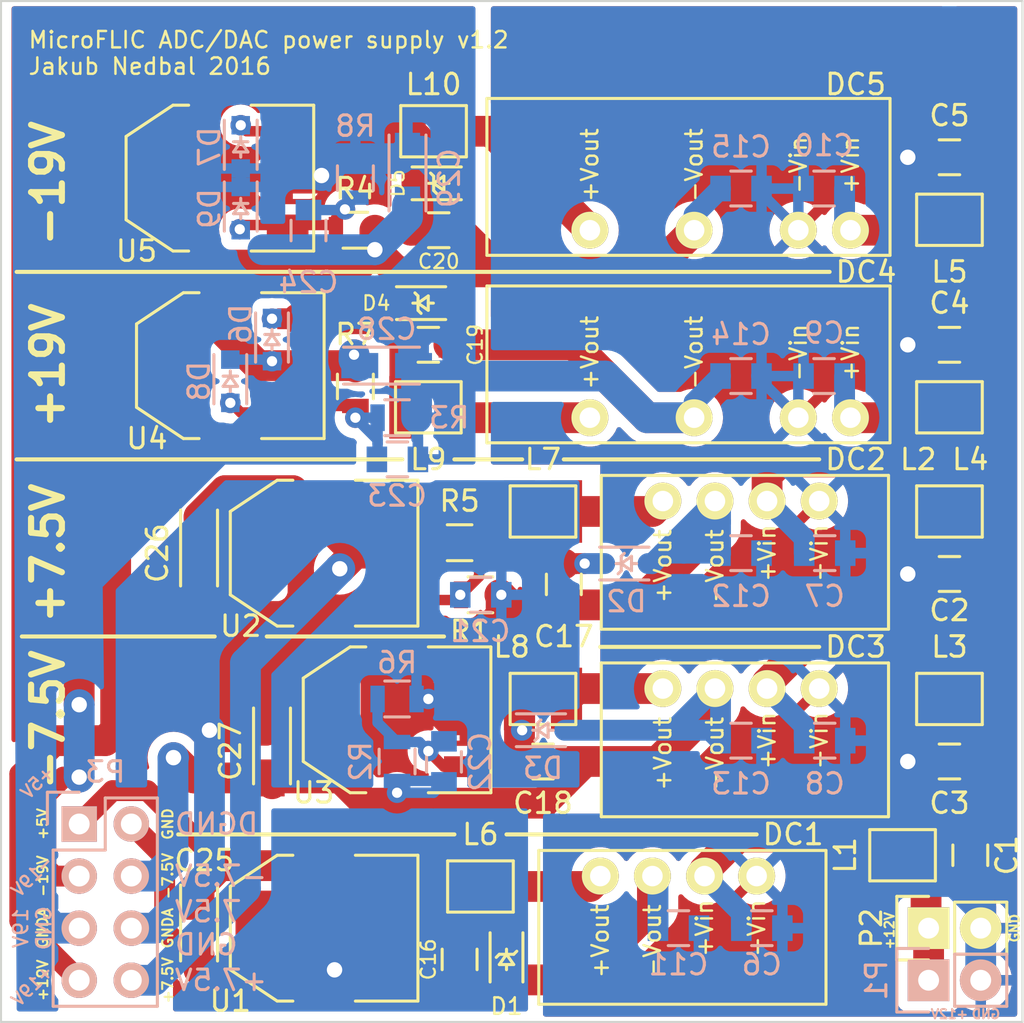
<source format=kicad_pcb>
(kicad_pcb (version 20221018) (generator pcbnew)
  (layers (0 "F.Cu" signal) (31 "B.Cu" signal) (34 "B.Paste" user) (35 "F.Paste" user) (36 "B.SilkS" user "B.Silkscreen") (37 "F.SilkS" user "F.Silkscreen") (38 "B.Mask" user) (39 "F.Mask" user) (44 "Edge.Cuts" user))
  (net 0 "")
  (net 1 "+12V")
  (net 2 "GND")
  (net 3 "/5V_GND")
  (net 4 "/+9_IA")
  (net 5 "/+9_IB")
  (net 6 "/+24_ID")
  (net 7 "/-7.5V")
  (net 8 "/+5V")
  (net 9 "/+7.5V")
  (net 10 "/+9_A")
  (net 11 "/+12V_A")
  (net 12 "/+9_B")
  (net 13 "/+12V_B")
  (net 14 "/+12V_C")
  (net 15 "/+12V_D")
  (net 16 "/+24_D")
  (net 17 "/+12V_E")
  (net 18 "/FB_B")
  (net 19 "/FB_D")
  (net 20 "/FB_E")
  (net 21 "/7.5V_GND")
  (net 22 "/+9_IC")
  (net 23 "/+24_IE")
  (net 24 "/+9_C")
  (net 25 "/+24_E")
  (net 26 "/19V_GND")
  (net 27 "/-19V")
  (net 28 "/+19V")
  (net 29 "/FB_C")
  (footprint "Capacitors_SMD:C_0805" (layer "F.Cu") (at 147.32 141.732 -90)
    (fp_text reference "C1")
    (fp_text value "4u7/25V" hide)
  )
  (footprint "Capacitors_SMD:C_0805" (layer "F.Cu") (at 146.304 128.016 180)
    (fp_text reference "C2")
    (fp_text value "4u7/25V" hide)
  )
  (footprint "Capacitors_SMD:C_0805" (layer "F.Cu") (at 146.304 137.16 180)
    (fp_text reference "C3")
    (fp_text value "4u7/25V" hide)
  )
  (footprint "Capacitors_SMD:C_0805" (layer "F.Cu") (at 146.304 116.84 180)
    (fp_text reference "C4")
    (fp_text value "4u7/25V" hide)
  )
  (footprint "Capacitors_SMD:C_0805" (layer "F.Cu") (at 146.304 107.696 180)
    (fp_text reference "C5")
    (fp_text value "4u7/25V" hide)
  )
  (footprint "Capacitors_SMD:C_0805" (layer "F.Cu") (at 122.428 146.812 -90)
    (fp_text reference "C16")
    (fp_text value "4u7/25V" hide)
  )
  (footprint "Capacitors_SMD:C_0805" (layer "F.Cu") (at 126.492 137.16)
    (fp_text reference "C18")
    (fp_text value "4u7/25V" hide)
  )
  (footprint "Capacitors_SMD:C_0805" (layer "F.Cu") (at 120.904 116.84)
    (fp_text reference "C19")
    (fp_text value "1u/50V" hide)
  )
  (footprint "Capacitors_SMD:C_0805" (layer "F.Cu") (at 121.412 111.252)
    (fp_text reference "C20")
    (fp_text value "1u/50V" hide)
  )
  (footprint "Capacitors_Tantalum_SMD:TantalC_SizeA_EIA-3216_Reflow" (layer "F.Cu") (at 109.728 145.288 -90)
    (fp_text reference "C25")
    (fp_text value "10u/10V" hide)
  )
  (footprint "Capacitors_Tantalum_SMD:TantalC_SizeA_EIA-3216_Reflow" (layer "F.Cu") (at 113.284 136.652 -90)
    (fp_text reference "C27")
    (fp_text value "10u/10V" hide)
  )
  (footprint "jakub:MurataNML" (layer "F.Cu") (at 133.096 142.748 180)
    (fp_text reference "DC1")
    (fp_text value "NML1209SC" hide)
  )
  (footprint "jakub:MurataNML" (layer "F.Cu") (at 136.144 124.46 180)
    (fp_text reference "DC2")
    (fp_text value "NML1209SC" hide)
  )
  (footprint "jakub:MurataNML" (layer "F.Cu") (at 136.144 133.604 180)
    (fp_text reference "DC3")
    (fp_text value "NML1209SC" hide)
  )
  (footprint "jakub:MurataNMG" (layer "F.Cu") (at 135.128 120.396 180)
    (fp_text reference "DC4")
    (fp_text value "NMG1224SC" hide)
  )
  (footprint "jakub:MurataNMG" (layer "F.Cu") (at 135.128 111.252 180)
    (fp_text reference "DC5")
    (fp_text value "NMG1224SC" hide)
  )
  (footprint "jakub:murata8200coil" (layer "F.Cu") (at 144.018 141.732)
    (fp_text reference "L1")
    (fp_text value "10uH" hide)
  )
  (footprint "jakub:murata8200coil" (layer "F.Cu") (at 146.304 124.968)
    (fp_text reference "L2")
    (fp_text value "10uH" hide)
  )
  (footprint "jakub:murata8200coil" (layer "F.Cu") (at 146.304 134.112)
    (fp_text reference "L3")
    (fp_text value "10uH" hide)
  )
  (footprint "jakub:murata8200coil" (layer "F.Cu") (at 146.304 119.888)
    (fp_text reference "L4")
    (fp_text value "10uH" hide)
  )
  (footprint "jakub:murata8200coil" (layer "F.Cu") (at 146.304 110.744)
    (fp_text reference "L5")
    (fp_text value "10uH" hide)
  )
  (footprint "jakub:murata8200coil" (layer "F.Cu") (at 123.444 143.256)
    (fp_text reference "L6")
    (fp_text value "47uH" hide)
  )
  (footprint "jakub:murata8200coil" (layer "F.Cu") (at 126.492 124.968)
    (fp_text reference "L7")
    (fp_text value "47uH" hide)
  )
  (footprint "jakub:murata8200coil" (layer "F.Cu") (at 126.492 134.112)
    (fp_text reference "L8")
    (fp_text value "47uH" hide)
  )
  (footprint "jakub:murata8200coil" (layer "F.Cu") (at 120.904 119.888)
    (fp_text reference "L9")
    (fp_text value "47uH" hide)
  )
  (footprint "jakub:murata8200coil" (layer "F.Cu") (at 121.158 106.426)
    (fp_text reference "L10")
    (fp_text value "47uH" hide)
  )
  (footprint "Pin_Headers:Pin_Header_Straight_1x02" (layer "F.Cu") (at 145.288 145.288 90)
    (fp_text reference "P2")
    (fp_text value "1x2 header strip" hide)
  )
  (footprint "Resistors_SMD:R_0805" (layer "F.Cu") (at 123.444 129.032)
    (fp_text reference "R1")
    (fp_text value "750" hide)
  )
  (footprint "Resistors_SMD:R_0805" (layer "F.Cu") (at 117.348 111.252)
    (fp_text reference "R4")
    (fp_text value "2k1" hide)
  )
  (footprint "Resistors_SMD:R_0805" (layer "F.Cu") (at 122.428 126.492)
    (fp_text reference "R5")
    (fp_text value "150" hide)
  )
  (footprint "Resistors_SMD:R_0805" (layer "F.Cu") (at 117.348 118.872 -90)
    (fp_text reference "R7")
    (fp_text value "150" hide)
  )
  (footprint "SMD_Packages:SOT-223" (layer "F.Cu") (at 111.252 117.856 90)
    (fp_text reference "U4")
    (fp_text value "LM317" hide)
  )
  (footprint "SMD_Packages:SOT-223" (layer "F.Cu") (at 115.824 145.288 90)
    (fp_text reference "U1")
    (fp_text value "AP1117E50" hide)
  )
  (footprint "SMD_Packages:SOT-223" (layer "F.Cu") (at 115.824 127 90)
    (fp_text reference "U2")
    (fp_text value "AP1117" hide)
  )
  (footprint "Capacitors_SMD:C_0805" (layer "F.Cu") (at 127.508 128.524 -90)
    (fp_text reference "C17")
    (fp_text value "4u7/25V" hide)
  )
  (footprint "SMD_Packages:SOT-223" (layer "F.Cu") (at 110.744 108.712 90)
    (fp_text reference "U5")
    (fp_text value "LM317" hide)
  )
  (footprint "SMD_Packages:SOT-223" (layer "F.Cu") (at 119.38 135.128 90)
    (fp_text reference "U3")
    (fp_text value "AP1117" hide)
  )
  (footprint "Capacitors_Tantalum_SMD:TantalC_SizeA_EIA-3216_Reflow" (layer "F.Cu") (at 109.728 127 -90)
    (fp_text reference "C26")
    (fp_text value "10u/10V" hide)
  )
  (footprint "jakub:SOD-323_Zener" (layer "F.Cu") (at 120.65 114.808)
    (fp_text reference "D4")
    (fp_text value "TDZ27J" hide)
  )
  (footprint "jakub:SOD-323_Zener" (layer "F.Cu") (at 121.412 108.966)
    (fp_text reference "D5")
    (fp_text value "TDZ27J" hide)
  )
  (footprint "jakub:SOD-323_Zener" (layer "F.Cu") (at 124.714 146.812 -90)
    (fp_text reference "D1")
    (fp_text value "TDZ10J" hide)
  )
  (footprint "Capacitors_SMD:C_0805" (layer "B.Cu") (at 133.096 145.288)
    (fp_text reference "C11")
    (fp_text value "10n" hide)
  )
  (footprint "Capacitors_SMD:C_0805" (layer "B.Cu") (at 136.144 127)
    (fp_text reference "C12")
    (fp_text value "10n" hide)
  )
  (footprint "Capacitors_SMD:C_0805" (layer "B.Cu") (at 136.144 136.144)
    (fp_text reference "C13")
    (fp_text value "10n" hide)
  )
  (footprint "Capacitors_SMD:C_0805" (layer "B.Cu") (at 136.144 118.364)
    (fp_text reference "C14")
    (fp_text value "10n" hide)
  )
  (footprint "Capacitors_SMD:C_0805" (layer "B.Cu") (at 136.144 109.22)
    (fp_text reference "C15")
    (fp_text value "10n" hide)
  )
  (footprint "Capacitors_Tantalum_SMD:TantalC_SizeA_EIA-3216_Reflow" (layer "B.Cu") (at 118.872 117.856)
    (fp_text reference "C28")
    (fp_text value "1u/25V" hide)
  )
  (footprint "Capacitors_Tantalum_SMD:TantalC_SizeA_EIA-3216_Reflow" (layer "B.Cu") (at 119.888 108.712 -90)
    (fp_text reference "C29")
    (fp_text value "1u/25V" hide)
  )
  (footprint "Resistors_SMD:R_0805" (layer "B.Cu") (at 119.38 120.396)
    (fp_text reference "R3")
    (fp_text value "2k1" hide)
  )
  (footprint "Resistors_SMD:R_0805" (layer "B.Cu") (at 117.348 108.712 -90)
    (fp_text reference "R8")
    (fp_text value "150" hide)
  )
  (footprint "Resistors_SMD:R_0805" (layer "B.Cu") (at 119.38 137.16 -90)
    (fp_text reference "R2")
    (fp_text value "750" hide)
  )
  (footprint "Resistors_SMD:R_0805" (layer "B.Cu") (at 119.38 134.112 180)
    (fp_text reference "R6")
    (fp_text value "150" hide)
  )
  (footprint "jakub:SOD-323_Zener" (layer "B.Cu") (at 130.556 127.508)
    (fp_text reference "D2")
    (fp_text value "TDZ10J" hide)
  )
  (footprint "jakub:SOD-323_Zener" (layer "B.Cu") (at 126.492 135.636)
    (fp_text reference "D3")
    (fp_text value "TDZ10J" hide)
  )
  (footprint "jakub:ESQ-102-33-G-S" (layer "B.Cu") (at 145.288 147.828)
    (fp_text reference "P1")
    (fp_text value "1x2 socket strip" hide)
  )
  (footprint "jakub:ESQ-104-33-G-D" (layer "B.Cu") (at 103.886 140.208 -90)
    (fp_text reference "P3")
    (fp_text value "2x4 socket strip" hide)
  )
  (footprint "Capacitors_SMD:C_0805" (layer "B.Cu") (at 137.16 145.288)
    (fp_text reference "C6")
    (fp_text value "4u7/25V" hide)
  )
  (footprint "Capacitors_SMD:C_0805" (layer "B.Cu") (at 140.224 127)
    (fp_text reference "C7")
    (fp_text value "4u7/25V" hide)
  )
  (footprint "Capacitors_SMD:C_0805" (layer "B.Cu") (at 140.224 136.144)
    (fp_text reference "C8")
    (fp_text value "4u7/25V" hide)
  )
  (footprint "Capacitors_SMD:C_0805" (layer "B.Cu") (at 140.192 118.364 180)
    (fp_text reference "C9")
    (fp_text value "4u7/25V" hide)
  )
  (footprint "Capacitors_SMD:C_0805" (layer "B.Cu") (at 140.192 109.22 180)
    (fp_text reference "C10")
    (fp_text value "4u7/25V" hide)
  )
  (footprint "Capacitors_SMD:C_0805" (layer "B.Cu") (at 123.46 129.032)
    (fp_text reference "C21")
    (fp_text value "4u7/25V" hide)
  )
  (footprint "Capacitors_SMD:C_0805" (layer "B.Cu") (at 121.666 137.176 -90)
    (fp_text reference "C22")
    (fp_text value "4u7/25V" hide)
  )
  (footprint "Capacitors_SMD:C_0805" (layer "B.Cu") (at 119.396 122.428)
    (fp_text reference "C23")
    (fp_text value "1u/50V" hide)
  )
  (footprint "Capacitors_SMD:C_0805" (layer "B.Cu") (at 115.062 111.268 -90)
    (fp_text reference "C24")
    (fp_text value "1u/50V" hide)
  )
  (footprint "jakub:SOD-323" (layer "B.Cu") (at 113.284 116.586 -90)
    (fp_text reference "D6")
    (fp_text value "1N4148")
  )
  (footprint "jakub:SOD-323" (layer "B.Cu") (at 111.76 107.188 -90)
    (fp_text reference "D7")
    (fp_text value "1N4148")
  )
  (footprint "jakub:SOD-323" (layer "B.Cu") (at 111.252 118.618 -90)
    (fp_text reference "D8")
    (fp_text value "1N4148")
  )
  (footprint "jakub:SOD-323" (layer "B.Cu") (at 111.76 110.197 -90)
    (fp_text reference "D9")
    (fp_text value "1N4148")
  )
  (gr_line (start 136.906 140.716) (end 124.714 140.716) (stroke (width 0.2)) (layer "F.SilkS"))
  (gr_line (start 110.49 131.064) (end 101.092 131.064) (stroke (width 0.2)) (layer "F.SilkS"))
  (gr_line (start 121.666 131.064) (end 113.03 131.064) (stroke (width 0.2)) (layer "F.SilkS"))
  (gr_line (start 139.954 122.428) (end 127.508 122.428) (stroke (width 0.2)) (layer "F.SilkS"))
  (gr_line (start 122.174 140.716) (end 108.712 140.716) (stroke (width 0.2)) (layer "F.SilkS"))
  (gr_line (start 139.954 131.572) (end 129.286 131.572) (stroke (width 0.2)) (layer "F.SilkS"))
  (gr_line (start 119.634 122.428) (end 100.838 122.428) (stroke (width 0.2)) (layer "F.SilkS"))
  (gr_line (start 140.462 113.284) (end 100.838 113.284) (stroke (width 0.2)) (layer "F.SilkS"))
  (gr_line (start 125.476 122.428) (end 122.174 122.428) (stroke (width 0.2)) (layer "F.SilkS"))
  (gr_line (start 149.86 149.86) (end 100.076 149.86) (stroke (width 0.1)) (layer "Edge.Cuts"))
  (gr_line (start 100.076 149.86) (end 100.076 100.076) (stroke (width 0.1)) (layer "Edge.Cuts"))
  (gr_line (start 149.86 100.076) (end 149.86 149.86) (stroke (width 0.1)) (layer "Edge.Cuts"))
  (gr_line (start 100.076 100.076) (end 149.86 100.076) (stroke (width 0.1)) (layer "Edge.Cuts"))
  (gr_text "GND" (at 148.082 149.479) (layer "B.SilkS") (effects (font (size 0.45 0.45) (thickness 0.1)) (justify mirror)))
  (gr_text "+5V" (at 101.854 138.176 45) (layer "B.SilkS") (effects (font (size 0.6 0.6) (thickness 0.11)) (justify mirror)))
  (gr_text "19V\nGND" (at 101.6 145.288 90) (layer "B.SilkS") (effects (font (size 0.7 0.7) (thickness 0.11)) (justify mirror)))
  (gr_text "+19V" (at 101.6 148.082 45) (layer "B.SilkS") (effects (font (size 0.6 0.6) (thickness 0.11)) (justify mirror)))
  (gr_text "DGND" (at 108.458 140.208) (layer "B.SilkS") (effects (font (size 1 1)) (justify right mirror)))
  (gr_text "+12V" (at 146.304 149.479) (layer "B.SilkS") (effects (font (size 0.45 0.45) (thickness 0.1)) (justify mirror)))
  (gr_text "-7.5V" (at 108.458 142.748) (layer "B.SilkS") (effects (font (size 1 1)) (justify right mirror)))
  (gr_text "7.5V\nGND" (at 108.458 145.288) (layer "B.SilkS") (effects (font (size 1 1)) (justify right mirror)))
  (gr_text "+7.5V" (at 108.458 147.828) (layer "B.SilkS") (effects (font (size 1 1)) (justify right mirror)))
  (gr_text "-19V" (at 101.6 142.748 45) (layer "B.SilkS") (effects (font (size 0.6 0.6) (thickness 0.11)) (justify mirror)))
  (gr_text "-7.5V" (at 108.204 142.748 90) (layer "F.SilkS") (effects (font (size 0.5 0.5) (thickness 0.1))))
  (gr_text "GNDA" (at 102.108 145.288 90) (layer "F.SilkS") (effects (font (size 0.5 0.5) (thickness 0.1))))
  (gr_text "+7.5V" (at 108.204 147.828 90) (layer "F.SilkS") (effects (font (size 0.5 0.5) (thickness 0.1))))
  (gr_text "+19V" (at 102.108 147.828 90) (layer "F.SilkS") (effects (font (size 0.5 0.5) (thickness 0.1))))
  (gr_text "GNDA" (at 108.204 145.288 90) (layer "F.SilkS") (effects (font (size 0.5 0.5) (thickness 0.1))))
  (gr_text "-19V" (at 102.108 142.748 90) (layer "F.SilkS") (effects (font (size 0.5 0.5) (thickness 0.1))))
  (gr_text "+5V" (at 102.108 140.208 90) (layer "F.SilkS") (effects (font (size 0.5 0.5) (thickness 0.1))))
  (gr_text "+12V" (at 143.383 145.415 90) (layer "F.SilkS") (effects (font (size 0.45 0.45) (thickness 0.1))))
  (gr_text "+7.5V" (at 102.362 127 90) (layer "F.SilkS") (effects (font (size 1.5 1.5) (thickness 0.3))))
  (gr_text "+19V" (at 102.362 117.856 90) (layer "F.SilkS") (effects (font (size 1.5 1.5) (thickness 0.3))))
  (gr_text "GND" (at 108.204 140.208 90) (layer "F.SilkS") (effects (font (size 0.5 0.5) (thickness 0.1))))
  (gr_text "-19V" (at 102.362 108.966 90) (layer "F.SilkS") (effects (font (size 1.5 1.5) (thickness 0.3))))
  (gr_text "GND" (at 149.479 145.288 90) (layer "F.SilkS") (effects (font (size 0.45 0.45) (thickness 0.1))))
  (gr_text "-7.5V" (at 102.362 135.128 90) (layer "F.SilkS") (effects (font (size 1.5 1.5) (thickness 0.3))))
  (gr_text "MicroFLIC ADC/DAC power supply v1.2\nJakub Nedbal 2016" (at 101.346 102.616) (layer "F.SilkS") (effects (font (size 0.8 0.8) (thickness 0.12)) (justify left)))
  (segment (start 147.449 116.695) (end 147.449 119.888) (width 1.5) (layer "F.Cu") (net 1))
  (segment (start 147.304 124.823) (end 147.304 128.016) (width 1.5) (layer "F.Cu") (net 1))
  (segment (start 147.449 134.112) (end 147.304 134.257) (width 1.5) (layer "F.Cu") (net 1))
  (segment (start 147.304 124.823) (end 147.449 124.968) (width 1.5) (layer "F.Cu") (net 1))
  (segment (start 145.288 145.288) (end 145.163 145.163) (width 1.5) (layer "F.Cu") (net 1))
  (segment (start 145.163 145.163) (end 145.163 141.732) (width 1.5) (layer "F.Cu") (net 1))
  (segment (start 146.163 140.732) (end 145.163 141.732) (width 1.5) (layer "F.Cu") (net 1))
  (segment (start 147.449 116.695) (end 147.449 107.841) (width 1.5) (layer "F.Cu") (net 1))
  (segment (start 147.449 107.841) (end 147.304 107.696) (width 1.5) (layer "F.Cu") (net 1))
  (segment (start 147.304 134.257) (end 147.449 134.112) (width 1.5) (layer "F.Cu") (net 1))
  (segment (start 147.304 133.967) (end 147.304 128.016) (width 1.5) (layer "F.Cu") (net 1))
  (segment (start 147.304 140.716) (end 147.304 137.16) (width 1.5) (layer "F.Cu") (net 1))
  (segment (start 147.449 137.015) (end 147.449 134.112) (width 1.5) (layer "F.Cu") (net 1))
  (segment (start 147.32 140.732) (end 146.163 140.732) (width 1.5) (layer "F.Cu") (net 1))
  (segment (start 147.449 124.968) (end 147.449 119.888) (width 1.5) (layer "F.Cu") (net 1))
  (segment (start 147.32 140.732) (end 147.304 140.716) (width 1.5) (layer "F.Cu") (net 1))
  (segment (start 145.288 147.828) (end 145.288 145.288) (width 1.5) (layer "F.Cu") (net 1))
  (segment (start 147.304 116.84) (end 147.449 116.695) (width 1.5) (layer "F.Cu") (net 1))
  (segment (start 147.449 134.112) (end 147.304 133.967) (width 1.5) (layer "F.Cu") (net 1))
  (segment (start 147.304 137.16) (end 147.449 137.015) (width 1.5) (layer "F.Cu") (net 1))
  (segment (start 147.828 142.986) (end 147.828 145.288) (width 1.5) (layer "F.Cu") (net 2))
  (segment (start 147.574 142.732) (end 147.828 142.986) (width 1.5) (layer "F.Cu") (net 2))
  (segment (start 147.828 142.986) (end 147.32 142.732) (width 1.5) (layer "F.Cu") (net 2))
  (segment (start 145.304 137.16) (end 144.272 137.16) (width 1.5) (layer "F.Cu") (net 2))
  (segment (start 147.32 142.732) (end 147.574 142.732) (width 1.5) (layer "F.Cu") (net 2))
  (segment (start 145.304 128.016) (end 144.272 128.016) (width 1.5) (layer "F.Cu") (net 2))
  (segment (start 145.304 116.84) (end 144.272 116.84) (width 1.5) (layer "F.Cu") (net 2))
  (segment (start 145.304 107.696) (end 144.272 107.696) (width 1.5) (layer "F.Cu") (net 2))
  (via (at 144.272 128.016) (size 1.5) (drill 0.75) (layers "F.Cu" "B.Cu") (net 2))
  (via (at 144.272 107.696) (size 1.5) (drill 0.75) (layers "F.Cu" "B.Cu") (net 2))
  (via (at 144.272 116.84) (size 1.5) (drill 0.75) (layers "F.Cu" "B.Cu") (net 2))
  (via (at 144.272 137.16) (size 1.5) (drill 0.75) (layers "F.Cu" "B.Cu") (net 2))
  (segment (start 138.938 120.142) (end 138.938 120.396) (width 0.508) (layer "B.Cu") (net 2))
  (segment (start 147.828 144.272) (end 146.304 142.748) (width 1.5) (layer "B.Cu") (net 2))
  (segment (start 146.304 142.748) (end 144.272 142.748) (width 1.5) (layer "B.Cu") (net 2))
  (segment (start 139.192 107.95) (end 139.192 109.22) (width 0.508) (layer "B.Cu") (net 2))
  (segment (start 138.16 145.288) (end 138.16 144.002) (width 0.508) (layer "B.Cu") (net 2))
  (segment (start 147.828 145.288) (end 147.828 144.272) (width 1.5) (layer "B.Cu") (net 2))
  (segment (start 137.922 146.812) (end 138.16 146.574) (width 0.508) (layer "B.Cu") (net 2))
  (segment (start 137.535 128.524) (end 140.97 128.524) (width 0.508) (layer "B.Cu") (net 2))
  (segment (start 134.096 146.421) (end 134.487 146.812) (width 0.508) (layer "B.Cu") (net 2))
  (segment (start 141.224 128.27) (end 141.224 127) (width 0.508) (layer "B.Cu") (net 2))
  (segment (start 134.487 146.812) (end 137.922 146.812) (width 0.508) (layer "B.Cu") (net 2))
  (segment (start 143.256 136.144) (end 144.272 137.16) (width 0.508) (layer "B.Cu") (net 2))
  (segment (start 140.97 128.524) (end 141.224 128.27) (width 0.508) (layer "B.Cu") (net 2))
  (segment (start 141.732 145.288) (end 144.272 142.748) (width 0.508) (layer "B.Cu") (net 2))
  (segment (start 137.144 118.364) (end 137.16 118.364) (width 1.016) (layer "B.Cu") (net 2))
  (segment (start 139.954 133.604) (end 141.224 134.874) (width 0.508) (layer "B.Cu") (net 2))
  (segment (start 141.224 127) (end 143.256 127) (width 0.508) (layer "B.Cu") (net 2))
  (segment (start 141.224 134.874) (end 141.224 136.144) (width 0.508) (layer "B.Cu") (net 2))
  (segment (start 139.192 117.094) (end 139.192 118.364) (width 0.508) (layer "B.Cu") (net 2))
  (segment (start 138.938 118.618) (end 139.192 118.364) (width 0.508) (layer "B.Cu") (net 2))
  (segment (start 137.144 118.364) (end 137.144 118.602) (width 0.508) (layer "B.Cu") (net 2))
  (segment (start 138.16 146.574) (end 138.16 145.288) (width 0.508) (layer "B.Cu") (net 2))
  (segment (start 137.535 137.668) (end 140.97 137.668) (width 0.508) (layer "B.Cu") (net 2))
  (segment (start 144.272 116.84) (end 139.446 116.84) (width 0.508) (layer "B.Cu") (net 2))
  (segment (start 138.938 111.252) (end 138.938 109.474) (width 0.508) (layer "B.Cu") (net 2))
  (segment (start 138.938 120.396) (end 138.938 118.618) (width 0.508) (layer "B.Cu") (net 2))
  (segment (start 137.144 128.133) (end 137.535 128.524) (width 0.508) (layer "B.Cu") (net 2))
  (segment (start 144.272 107.696) (end 139.446 107.696) (width 0.508) (layer "B.Cu") (net 2))
  (segment (start 138.16 144.002) (end 136.906 142.748) (width 0.508) (layer "B.Cu") (net 2))
  (segment (start 139.192 109.22) (end 137.144 109.22) (width 0.508) (layer "B.Cu") (net 2))
  (segment (start 141.224 136.144) (end 143.256 136.144) (width 0.508) (layer "B.Cu") (net 2))
  (segment (start 137.144 137.277) (end 137.535 137.668) (width 0.508) (layer "B.Cu") (net 2))
  (segment (start 134.096 145.288) (end 134.096 146.421) (width 0.508) (layer "B.Cu") (net 2))
  (segment (start 139.446 116.84) (end 139.192 117.094) (width 0.508) (layer "B.Cu") (net 2))
  (segment (start 137.144 136.144) (end 137.144 137.277) (width 0.508) (layer "B.Cu") (net 2))
  (segment (start 141.224 137.414) (end 141.224 136.144) (width 0.508) (layer "B.Cu") (net 2))
  (segment (start 144.272 107.696) (end 144.272 116.84) (width 1.5) (layer "B.Cu") (net 2))
  (segment (start 144.272 137.16) (end 144.272 142.748) (width 1.5) (layer "B.Cu") (net 2))
  (segment (start 138.938 109.474) (end 139.192 109.22) (width 0.508) (layer "B.Cu") (net 2))
  (segment (start 143.256 127) (end 144.272 128.016) (width 0.508) (layer "B.Cu") (net 2))
  (segment (start 137.144 127) (end 137.144 128.133) (width 0.508) (layer "B.Cu") (net 2))
  (segment (start 139.446 107.696) (end 139.192 107.95) (width 0.508) (layer "B.Cu") (net 2))
  (segment (start 139.954 124.46) (end 141.224 125.73) (width 0.508) (layer "B.Cu") (net 2))
  (segment (start 141.224 125.73) (end 141.224 127) (width 0.508) (layer "B.Cu") (net 2))
  (segment (start 147.828 147.828) (end 147.828 145.288) (width 1.5) (layer "B.Cu") (net 2))
  (segment (start 144.272 116.84) (end 144.272 128.016) (width 1.5) (layer "B.Cu") (net 2))
  (segment (start 140.97 137.668) (end 141.224 137.414) (width 0.508) (layer "B.Cu") (net 2))
  (segment (start 137.144 118.602) (end 138.938 120.396) (width 0.508) (layer "B.Cu") (net 2))
  (segment (start 137.144 109.458) (end 138.938 111.252) (width 0.508) (layer "B.Cu") (net 2))
  (segment (start 138.16 145.288) (end 141.732 145.288) (width 0.508) (layer "B.Cu") (net 2))
  (segment (start 137.144 109.22) (end 137.144 109.458) (width 0.508) (layer "B.Cu") (net 2))
  (segment (start 144.272 137.16) (end 144.272 128.016) (width 1.5) (layer "B.Cu") (net 2))
  (segment (start 110.744 148.336) (end 109.728 147.32) (width 1.5) (layer "F.Cu") (net 3))
  (segment (start 109.728 147.32) (end 109.728 146.598) (width 1.5) (layer "F.Cu") (net 3))
  (segment (start 119.364 147.812) (end 122.428 147.812) (width 1.5) (layer "F.Cu") (net 3))
  (segment (start 128.286 147.812) (end 122.428 147.812) (width 1.5) (layer "F.Cu") (net 3))
  (segment (start 119.142 147.812) (end 119.364 147.812) (width 1.5) (layer "F.Cu") (net 3))
  (segment (start 116.332 147.32) (end 117.348 148.336) (width 1.5) (layer "F.Cu") (net 3))
  (segment (start 117.348 148.336) (end 115.316 148.336) (width 1.5) (layer "F.Cu") (net 3))
  (segment (start 115.316 148.336) (end 110.744 148.336) (width 1.5) (layer "F.Cu") (net 3))
  (segment (start 131.826 142.748) (end 131.826 144.272) (width 1.5) (layer "F.Cu") (net 3))
  (segment (start 116.332 147.32) (end 115.316 148.336) (width 1.5) (layer "F.Cu") (net 3))
  (segment (start 118.618 148.336) (end 118.634 148.066) (width 1.5) (layer "F.Cu") (net 3))
  (segment (start 118.618 148.336) (end 119.142 147.812) (width 1.5) (layer "F.Cu") (net 3))
  (segment (start 118.618 148.336) (end 117.348 148.336) (width 1.5) (layer "F.Cu") (net 3))
  (segment (start 109.26 146.598) (end 108.051601 145.389601) (width 1.016) (layer "F.Cu") (net 3))
  (segment (start 131.826 144.272) (end 128.286 147.812) (width 1.5) (layer "F.Cu") (net 3))
  (segment (start 108.051601 145.389601) (end 108.051601 141.833601) (width 1.016) (layer "F.Cu") (net 3))
  (segment (start 109.728 146.598) (end 109.26 146.598) (width 1.016) (layer "F.Cu") (net 3))
  (segment (start 108.051601 141.833601) (end 106.426 140.208) (width 1.016) (layer "F.Cu") (net 3))
  (via (at 116.332 147.32) (size 1.5) (drill 0.75) (layers "F.Cu" "B.Cu") (net 3))
  (segment (start 132.096 143.018) (end 131.826 142.748) (width 1.016) (layer "B.Cu") (net 3))
  (segment (start 132.096 145.288) (end 132.096 143.018) (width 1.016) (layer "B.Cu") (net 3))
  (segment (start 122.045 143.002) (end 122.299 143.256) (width 1.5) (layer "F.Cu") (net 4))
  (segment (start 122.299 145.683) (end 122.299 143.256) (width 1.5) (layer "F.Cu") (net 4))
  (segment (start 124.659 145.812) (end 122.428 145.812) (width 0.508) (layer "F.Cu") (net 4))
  (segment (start 124.714 145.757) (end 124.659 145.812) (width 0.508) (layer "F.Cu") (net 4))
  (segment (start 119.126 143.002) (end 122.045 143.002) (width 1.5) (layer "F.Cu") (net 4))
  (segment (start 122.428 145.812) (end 122.299 145.683) (width 1.5) (layer "F.Cu") (net 4))
  (segment (start 125.347 126.871) (end 126 127.524) (width 1.5) (layer "F.Cu") (net 5))
  (segment (start 126 127.524) (end 127.508 127.524) (width 1.5) (layer "F.Cu") (net 5))
  (segment (start 125.347 126.109) (end 125.347 126.871) (width 1.5) (layer "F.Cu") (net 5))
  (segment (start 124.839 124.46) (end 119.38 124.46) (width 1.5) (layer "F.Cu") (net 5))
  (segment (start 119.38 124.46) (end 119.126 124.714) (width 1.5) (layer "F.Cu") (net 5))
  (segment (start 127.524 127.508) (end 128.524 127.508) (width 1.016) (layer "F.Cu") (net 5))
  (segment (start 125.347 124.968) (end 124.839 124.46) (width 1.5) (layer "F.Cu") (net 5))
  (segment (start 125.347 124.968) (end 125.347 126.871) (width 1.5) (layer "F.Cu") (net 5))
  (segment (start 127.508 127.524) (end 127.524 127.508) (width 1.016) (layer "F.Cu") (net 5))
  (via (at 128.524 127.508) (size 1) (drill 0.5) (layers "F.Cu" "B.Cu") (net 5))
  (segment (start 128.524 127.508) (end 129.501 127.508) (width 1.016) (layer "B.Cu") (net 5))
  (segment (start 119.759 116.985) (end 119.904 116.84) (width 1.5) (layer "F.Cu") (net 6))
  (segment (start 118.634 115.57) (end 114.554 115.57) (width 1.5) (layer "F.Cu") (net 6))
  (segment (start 118.833 115.57) (end 118.634 115.57) (width 1.016) (layer "F.Cu") (net 6))
  (segment (start 119.595 116.531) (end 119.595 115.863) (width 1.016) (layer "F.Cu") (net 6))
  (segment (start 119.595 115.863) (end 119.634 115.824) (width 1.016) (layer "F.Cu") (net 6))
  (segment (start 119.634 115.824) (end 119.634 116.57) (width 1.016) (layer "F.Cu") (net 6))
  (segment (start 119.634 116.57) (end 118.634 115.57) (width 1.5) (layer "F.Cu") (net 6))
  (segment (start 114.554 115.57) (end 113.284 115.57) (width 0.508) (layer "F.Cu") (net 6))
  (segment (start 119.595 114.808) (end 118.833 115.57) (width 1.016) (layer "F.Cu") (net 6))
  (segment (start 119.904 116.84) (end 119.634 116.57) (width 1.5) (layer "F.Cu") (net 6))
  (segment (start 119.759 119.888) (end 119.759 116.985) (width 1.5) (layer "F.Cu") (net 6))
  (segment (start 119.595 114.808) (end 119.595 116.531) (width 1.016) (layer "F.Cu") (net 6))
  (via (at 113.284 115.57) (size 1) (drill 0.5) (layers "F.Cu" "B.Cu") (net 6))
  (segment (start 132.08 137.16) (end 134.874 134.366) (width 1.5) (layer "F.Cu") (net 7))
  (segment (start 134.874 134.366) (end 134.874 133.604) (width 1.5) (layer "F.Cu") (net 7))
  (segment (start 127.492 138.192) (end 126.492 139.192) (width 1.5) (layer "F.Cu") (net 7))
  (segment (start 126.492 139.192) (end 119.38 139.192) (width 1.5) (layer "F.Cu") (net 7))
  (segment (start 117.856 139.192) (end 116.626 137.962) (width 1.5) (layer "F.Cu") (net 7))
  (segment (start 116.626 137.962) (end 113.284 137.962) (width 1.5) (layer "F.Cu") (net 7))
  (segment (start 128.524 137.16) (end 132.08 137.16) (width 1.5) (layer "F.Cu") (net 7))
  (segment (start 119.38 138.684) (end 119.38 139.192) (width 0.508) (layer "F.Cu") (net 7))
  (segment (start 119.38 139.192) (end 117.856 139.192) (width 1.5) (layer "F.Cu") (net 7))
  (segment (start 127.492 137.16) (end 127.492 138.192) (width 1.5) (layer "F.Cu") (net 7))
  (segment (start 108.48199 136.971817) (end 109.472173 137.962) (width 1.5) (layer "F.Cu") (net 7))
  (segment (start 128.524 137.16) (end 127.492 138.192) (width 1.5) (layer "F.Cu") (net 7))
  (segment (start 109.472173 137.962) (end 113.284 137.962) (width 1.5) (layer "F.Cu") (net 7))
  (segment (start 127.492 137.16) (end 128.524 137.16) (width 1.5) (layer "F.Cu") (net 7))
  (segment (start 113.284 137.962) (end 113.284 138.247) (width 1.5) (layer "F.Cu") (net 7))
  (via (at 119.38 138.684) (size 1) (drill 0.5) (layers "F.Cu" "B.Cu") (net 7))
  (via (at 108.48199 136.971817) (size 1.5) (drill 0.75) (layers "F.Cu" "B.Cu") (net 7))
  (segment (start 135.144 133.874) (end 134.874 133.604) (width 1.016) (layer "B.Cu") (net 7))
  (segment (start 132.842 135.636) (end 134.874 133.604) (width 1.016) (layer "B.Cu") (net 7))
  (segment (start 134.636 135.636) (end 132.842 135.636) (width 1.016) (layer "B.Cu") (net 7))
  (segment (start 108.458 136.995807) (end 108.48199 136.971817) (width 1.5) (layer "B.Cu") (net 7))
  (segment (start 119.38 138.684) (end 121.158 138.684) (width 0.508) (layer "B.Cu") (net 7))
  (segment (start 119.38 138.11) (end 121.6 138.11) (width 0.508) (layer "B.Cu") (net 7))
  (segment (start 135.144 136.144) (end 135.144 133.874) (width 1.016) (layer "B.Cu") (net 7))
  (segment (start 127.547 135.636) (end 132.842 135.636) (width 1.016) (layer "B.Cu") (net 7))
  (segment (start 108.458 141.937314) (end 108.458 136.995807) (width 1.5) (layer "B.Cu") (net 7))
  (segment (start 119.38 138.11) (end 119.38 138.684) (width 0.508) (layer "B.Cu") (net 7))
  (segment (start 121.158 138.684) (end 121.666 138.176) (width 0.508) (layer "B.Cu") (net 7))
  (segment (start 107.647314 142.748) (end 108.458 141.937314) (width 1.5) (layer "B.Cu") (net 7))
  (segment (start 121.6 138.11) (end 121.666 138.176) (width 0.508) (layer "B.Cu") (net 7))
  (segment (start 106.426 142.748) (end 107.647314 142.748) (width 1.5) (layer "B.Cu") (net 7))
  (segment (start 135.144 136.144) (end 134.636 135.636) (width 1.016) (layer "B.Cu") (net 7))
  (segment (start 114.3 142.24) (end 117.348 145.288) (width 1.5) (layer "F.Cu") (net 8))
  (segment (start 119.126 145.288) (end 117.348 145.288) (width 1.5) (layer "F.Cu") (net 8))
  (segment (start 110.744 142.24) (end 109.728 143.256) (width 1.5) (layer "F.Cu") (net 8))
  (segment (start 109.728 143.256) (end 109.728 143.978) (width 1.5) (layer "F.Cu") (net 8))
  (segment (start 105.511601 138.582399) (end 107.206289 138.582399) (width 1.016) (layer "F.Cu") (net 8))
  (segment (start 110.744 142.12011) (end 110.744 142.24) (width 1.016) (layer "F.Cu") (net 8))
  (segment (start 103.886 140.208) (end 105.511601 138.582399) (width 1.016) (layer "F.Cu") (net 8))
  (segment (start 107.206289 138.582399) (end 110.744 142.12011) (width 1.016) (layer "F.Cu") (net 8))
  (segment (start 114.3 142.24) (end 110.744 142.24) (width 1.5) (layer "F.Cu") (net 8))
  (segment (start 120.97 127) (end 121.478 126.492) (width 1.5) (layer "F.Cu") (net 9))
  (segment (start 109.728 125.222) (end 110.998 123.952) (width 1.5) (layer "F.Cu") (net 9))
  (segment (start 110.998 123.952) (end 114.3 123.952) (width 1.5) (layer "F.Cu") (net 9))
  (segment (start 114.3 123.952) (end 117.348 127) (width 1.5) (layer "F.Cu") (net 9))
  (segment (start 119.126 127) (end 117.348 127) (width 1.5) (layer "F.Cu") (net 9))
  (segment (start 109.728 125.69) (end 109.728 125.222) (width 1.5) (layer "F.Cu") (net 9))
  (segment (start 116.586 127.762) (end 117.348 127) (width 1.5) (layer "F.Cu") (net 9))
  (segment (start 119.126 127) (end 120.97 127) (width 1.5) (layer "F.Cu") (net 9))
  (via (at 116.586 127.762) (size 1.5) (drill 0.75) (layers "F.Cu" "B.Cu") (net 9))
  (segment (start 107.528402 147.828) (end 111.99001 143.366392) (width 1.5) (layer "B.Cu") (net 9))
  (segment (start 111.99001 132.35799) (end 116.586 127.762) (width 1.5) (layer "B.Cu") (net 9))
  (segment (start 111.99001 143.366392) (end 111.99001 132.35799) (width 1.5) (layer "B.Cu") (net 9))
  (segment (start 106.426 147.828) (end 107.528402 147.828) (width 1.5) (layer "B.Cu") (net 9))
  (segment (start 128.778 143.256) (end 124.589 143.256) (width 1.5) (layer "F.Cu") (net 10))
  (segment (start 129.286 142.748) (end 128.778 143.256) (width 1.5) (layer "F.Cu") (net 10))
  (segment (start 135.992079 140.843999) (end 139.724999 140.843999) (width 1.5) (layer "F.Cu") (net 11))
  (segment (start 134.366 142.748) (end 134.366 142.470078) (width 1.5) (layer "F.Cu") (net 11))
  (segment (start 134.366 142.470078) (end 135.992079 140.843999) (width 1.5) (layer "F.Cu") (net 11))
  (segment (start 140.613 141.732) (end 142.873 141.732) (width 1.5) (layer "F.Cu") (net 11))
  (segment (start 139.724999 140.843999) (end 140.613 141.732) (width 1.5) (layer "F.Cu") (net 11))
  (segment (start 134.366 142.748) (end 136.16 144.542) (width 1.016) (layer "B.Cu") (net 11))
  (segment (start 136.16 144.542) (end 136.16 145.288) (width 1.016) (layer "B.Cu") (net 11))
  (segment (start 131.826 124.968) (end 127.637 124.968) (width 1.5) (layer "F.Cu") (net 12))
  (segment (start 132.334 124.46) (end 131.826 124.968) (width 1.5) (layer "F.Cu") (net 12))
  (segment (start 137.414 124.46) (end 137.414 123.187208) (width 1.5) (layer "F.Cu") (net 13))
  (segment (start 142.746999 122.555999) (end 145.159 124.968) (width 1.5) (layer "F.Cu") (net 13))
  (segment (start 137.414 123.187208) (end 138.045209 122.555999) (width 1.5) (layer "F.Cu") (net 13))
  (segment (start 138.045209 122.555999) (end 142.746999 122.555999) (width 1.5) (layer "F.Cu") (net 13))
  (segment (start 137.414 124.46) (end 139.224 126.27) (width 1.016) (layer "B.Cu") (net 13))
  (segment (start 139.224 126.27) (end 139.224 127) (width 1.016) (layer "B.Cu") (net 13))
  (segment (start 137.414 133.326078) (end 139.653078 131.087) (width 1.5) (layer "F.Cu") (net 14))
  (segment (start 142.899 131.087) (end 145.159 133.347) (width 1.5) (layer "F.Cu") (net 14))
  (segment (start 137.414 133.604) (end 137.414 133.326078) (width 1.5) (layer "F.Cu") (net 14))
  (segment (start 145.159 133.347) (end 145.159 134.112) (width 1.5) (layer "F.Cu") (net 14))
  (segment (start 139.653078 131.087) (end 142.899 131.087) (width 1.5) (layer "F.Cu") (net 14))
  (segment (start 139.224 135.414) (end 139.224 136.144) (width 1.016) (layer "B.Cu") (net 14))
  (segment (start 137.414 133.604) (end 139.224 135.414) (width 1.016) (layer "B.Cu") (net 14))
  (segment (start 144.651 120.396) (end 141.478 120.396) (width 1.5) (layer "F.Cu") (net 15))
  (segment (start 145.159 119.888) (end 144.651 120.396) (width 1.5) (layer "F.Cu") (net 15))
  (segment (start 141.192 120.11) (end 141.478 120.396) (width 1.016) (layer "B.Cu") (net 15))
  (segment (start 141.192 118.364) (end 141.192 120.11) (width 1.016) (layer "B.Cu") (net 15))
  (segment (start 122.557 120.396) (end 122.049 119.888) (width 1.5) (layer "F.Cu") (net 16))
  (segment (start 128.778 120.396) (end 122.557 120.396) (width 1.5) (layer "F.Cu") (net 16))
  (segment (start 144.651 111.252) (end 141.478 111.252) (width 1.5) (layer "F.Cu") (net 17))
  (segment (start 145.159 110.744) (end 144.651 111.252) (width 1.5) (layer "F.Cu") (net 17))
  (segment (start 141.192 110.966) (end 141.478 111.252) (width 1.016) (layer "B.Cu") (net 17))
  (segment (start 141.192 109.22) (end 141.192 110.966) (width 1.016) (layer "B.Cu") (net 17))
  (segment (start 122.24 129.286) (end 123.378 128.148) (width 0.508) (layer "F.Cu") (net 18))
  (segment (start 123.378 128.148) (end 123.378 126.492) (width 0.508) (layer "F.Cu") (net 18))
  (segment (start 119.126 129.286) (end 122.24 129.286) (width 0.508) (layer "F.Cu") (net 18))
  (via (at 122.46 129.032) (size 1) (drill 0.5) (layers "F.Cu" "B.Cu") (net 18))
  (segment (start 114.874 119.822) (end 117.348 119.822) (width 0.508) (layer "F.Cu") (net 19))
  (segment (start 114.554 120.142) (end 111.76 120.142) (width 0.508) (layer "F.Cu") (net 19))
  (segment (start 111.76 120.142) (end 111.291 119.673) (width 0.508) (layer "F.Cu") (net 19))
  (segment (start 114.554 120.142) (end 114.874 119.822) (width 0.508) (layer "F.Cu") (net 19))
  (segment (start 111.291 119.673) (end 111.252 119.673) (width 0.508) (layer "F.Cu") (net 19))
  (segment (start 117.348 119.822) (end 117.348 120.396) (width 0.508) (layer "F.Cu") (net 19))
  (via (at 111.252 119.673) (size 1) (drill 0.5) (layers "F.Cu" "B.Cu") (net 19))
  (via (at 117.348 120.396) (size 1) (drill 0.5) (layers "F.Cu" "B.Cu") (net 19))
  (segment (start 117.348 120.396) (end 118.43 120.396) (width 0.508) (layer "B.Cu") (net 19))
  (segment (start 118.43 122.394) (end 118.396 122.428) (width 0.508) (layer "B.Cu") (net 19))
  (segment (start 118.43 121.478) (end 118.43 121.666) (width 0.508) (layer "B.Cu") (net 19))
  (segment (start 118.43 120.396) (end 118.43 121.666) (width 0.508) (layer "B.Cu") (net 19))
  (segment (start 118.43 121.666) (end 118.43 122.394) (width 0.508) (layer "B.Cu") (net 19))
  (segment (start 117.348 120.396) (end 118.43 121.478) (width 0.508) (layer "B.Cu") (net 19))
  (segment (start 116.144 110.998) (end 116.398 111.252) (width 0.508) (layer "F.Cu") (net 20))
  (segment (start 116.84 110.236) (end 116.398 110.678) (width 0.508) (layer "F.Cu") (net 20))
  (segment (start 116.398 110.678) (end 116.398 111.252) (width 0.508) (layer "F.Cu") (net 20))
  (segment (start 111.919008 110.998) (end 111.712504 111.204504) (width 0.508) (layer "F.Cu") (net 20))
  (segment (start 114.046 110.998) (end 116.144 110.998) (width 0.508) (layer "F.Cu") (net 20))
  (segment (start 114.046 110.998) (end 111.919008 110.998) (width 0.508) (layer "F.Cu") (net 20))
  (via (at 116.84 110.236) (size 1) (drill 0.5) (layers "F.Cu" "B.Cu") (net 20))
  (via (at 111.712504 111.204504) (size 1) (drill 0.5) (layers "F.Cu" "B.Cu") (net 20))
  (segment (start 116.84 110.17) (end 116.84 110.236) (width 0.508) (layer "B.Cu") (net 20))
  (segment (start 116.808 110.268) (end 116.84 110.236) (width 0.508) (layer "B.Cu") (net 20))
  (segment (start 117.348 109.662) (end 116.84 110.17) (width 0.508) (layer "B.Cu") (net 20))
  (segment (start 115.062 110.268) (end 116.808 110.268) (width 0.508) (layer "B.Cu") (net 20))
  (segment (start 131.08 129.524) (end 134.874 125.73) (width 1.5) (layer "F.Cu") (net 21))
  (segment (start 134.874 125.73) (end 134.874 124.46) (width 1.5) (layer "F.Cu") (net 21))
  (segment (start 113.284 133.604) (end 114.808 132.08) (width 1.5) (layer "F.Cu") (net 21))
  (segment (start 114.808 132.08) (end 118.872 132.08) (width 1.5) (layer "F.Cu") (net 21))
  (segment (start 118.872 132.08) (end 119.634 132.842) (width 1.5) (layer "F.Cu") (net 21))
  (segment (start 121.92 135.128) (end 122.682 135.128) (width 1.5) (layer "F.Cu") (net 21))
  (segment (start 120.904 134.112) (end 121.92 135.128) (width 1.5) (layer "F.Cu") (net 21))
  (segment (start 124.886 129.524) (end 124.394 129.032) (width 1.5) (layer "F.Cu") (net 21))
  (segment (start 124.968 129.524) (end 124.886 129.524) (width 1.5) (layer "F.Cu") (net 21))
  (segment (start 123.428 131.064) (end 121.412 131.064) (width 1.5) (layer "F.Cu") (net 21))
  (segment (start 121.412 131.064) (end 120.396 132.08) (width 1.5) (layer "F.Cu") (net 21))
  (segment (start 119.634 132.842) (end 120.904 134.112) (width 1.5) (layer "F.Cu") (net 21))
  (segment (start 120.396 132.08) (end 119.634 132.842) (width 1.5) (layer "F.Cu") (net 21))
  (segment (start 124.452 130.04) (end 123.428 131.064) (width 1.5) (layer "F.Cu") (net 21))
  (segment (start 124.452 129.09) (end 124.394 129.032) (width 1.5) (layer "F.Cu") (net 21))
  (segment (start 109.728 129.032) (end 112.776 132.08) (width 1.5) (layer "F.Cu") (net 21))
  (segment (start 112.776 132.08) (end 114.808 132.08) (width 1.5) (layer "F.Cu") (net 21))
  (segment (start 110.236 135.636) (end 112.99 135.636) (width 1.5) (layer "F.Cu") (net 21))
  (segment (start 124.452 130.04) (end 124.452 129.09) (width 1.5) (layer "F.Cu") (net 21))
  (segment (start 127.508 129.524) (end 124.968 129.524) (width 1.5) (layer "F.Cu") (net 21))
  (segment (start 113.284 135.342) (end 113.284 133.604) (width 1.5) (layer "F.Cu") (net 21))
  (segment (start 112.99 135.636) (end 113.284 135.342) (width 1.5) (layer "F.Cu") (net 21))
  (segment (start 113.284 135.342) (end 113.284 135.128) (width 1.5) (layer "F.Cu") (net 21))
  (segment (start 127.508 129.524) (end 131.08 129.524) (width 1.5) (layer "F.Cu") (net 21))
  (segment (start 109.728 128.31) (end 109.728 129.032) (width 1.5) (layer "F.Cu") (net 21))
  (segment (start 124.968 129.524) (end 124.452 130.04) (width 1.5) (layer "F.Cu") (net 21))
  (segment (start 118.872 132.08) (end 120.396 132.08) (width 1.5) (layer "F.Cu") (net 21))
  (via (at 120.904 134.112) (size 1) (drill 0.5) (layers "F.Cu" "B.Cu") (net 21))
  (via (at 124.46 129.032) (size 1) (drill 0.5) (layers "F.Cu" "B.Cu") (net 21))
  (via (at 110.236 135.636) (size 1.5) (drill 0.75) (layers "F.Cu" "B.Cu") (net 21))
  (segment (start 135.144 124.73) (end 134.874 124.46) (width 1.016) (layer "B.Cu") (net 21))
  (segment (start 131.826 127.508) (end 132.334 127) (width 1.016) (layer "B.Cu") (net 21))
  (segment (start 132.334 127) (end 134.874 124.46) (width 1.016) (layer "B.Cu") (net 21))
  (segment (start 135.144 125.476) (end 135.144 124.73) (width 1.016) (layer "B.Cu") (net 21))
  (segment (start 134.874 125.476) (end 134.112 126.238) (width 1.016) (layer "B.Cu") (net 21))
  (segment (start 133.35 127) (end 132.334 127) (width 1.016) (layer "B.Cu") (net 21))
  (segment (start 134.112 126.238) (end 133.35 127) (width 1.016) (layer "B.Cu") (net 21))
  (segment (start 134.382 126.238) (end 135.144 127) (width 1.016) (layer "B.Cu") (net 21))
  (segment (start 134.112 126.238) (end 134.382 126.238) (width 1.016) (layer "B.Cu") (net 21))
  (segment (start 131.611 127.508) (end 131.826 127.508) (width 1.016) (layer "B.Cu") (net 21))
  (segment (start 106.426 145.288) (end 107.587858 145.288) (width 1.5) (layer "B.Cu") (net 21))
  (segment (start 107.587858 145.288) (end 110.236 142.639858) (width 1.5) (layer "B.Cu") (net 21))
  (segment (start 120.33 134.112) (end 120.904 134.112) (width 0.508) (layer "B.Cu") (net 21))
  (segment (start 110.236 142.639858) (end 110.236 135.636) (width 1.5) (layer "B.Cu") (net 21))
  (segment (start 135.144 127) (end 133.35 127) (width 1.016) (layer "B.Cu") (net 21))
  (segment (start 135.144 125.476) (end 134.874 125.476) (width 1.016) (layer "B.Cu") (net 21))
  (segment (start 135.144 127) (end 135.144 125.476) (width 1.016) (layer "B.Cu") (net 21))
  (segment (start 125.347 137.015) (end 125.492 137.16) (width 1.5) (layer "F.Cu") (net 22))
  (segment (start 124.077 132.842) (end 125.347 134.112) (width 1.5) (layer "F.Cu") (net 22))
  (segment (start 125.347 135.507) (end 125.476 135.636) (width 1.016) (layer "F.Cu") (net 22))
  (segment (start 122.682 132.842) (end 124.077 132.842) (width 1.5) (layer "F.Cu") (net 22))
  (segment (start 125.347 134.112) (end 125.347 135.507) (width 1.016) (layer "F.Cu") (net 22))
  (segment (start 125.347 134.112) (end 125.347 137.015) (width 1.5) (layer "F.Cu") (net 22))
  (via (at 125.476 135.636) (size 1) (drill 0.5) (layers "F.Cu" "B.Cu") (net 22))
  (segment (start 125.476 135.636) (end 125.437 135.636) (width 1.016) (layer "B.Cu") (net 22))
  (segment (start 120.357 106.77) (end 120.013 106.426) (width 1.5) (layer "F.Cu") (net 23))
  (segment (start 120.412 109.021) (end 120.357 108.966) (width 1.5) (layer "F.Cu") (net 23))
  (segment (start 120.357 106.77) (end 120.013 106.426) (width 1.5) (layer "F.Cu") (net 23))
  (segment (start 120.357 110.947002) (end 120.052002 111.252) (width 1.5) (layer "F.Cu") (net 23))
  (segment (start 120.052002 111.252) (end 120.412 111.252) (width 1.5) (layer "F.Cu") (net 23))
  (segment (start 117.602 106.426) (end 114.046 106.426) (width 1.5) (layer "F.Cu") (net 23))
  (segment (start 120.357 108.966) (end 120.357 110.947002) (width 1.5) (layer "F.Cu") (net 23))
  (segment (start 114.046 106.426) (end 112.053 106.426) (width 0.508) (layer "F.Cu") (net 23))
  (segment (start 120.357 108.966) (end 120.357 106.77) (width 1.5) (layer "F.Cu") (net 23))
  (segment (start 120.013 106.426) (end 117.602 106.426) (width 1.5) (layer "F.Cu") (net 23))
  (segment (start 112.053 106.426) (end 111.76 106.133) (width 0.508) (layer "F.Cu") (net 23))
  (segment (start 120.412 111.252) (end 120.412 109.021) (width 1.5) (layer "F.Cu") (net 23))
  (segment (start 117.602 106.348) (end 117.602 106.426) (width 0.508) (layer "F.Cu") (net 23))
  (segment (start 120.412 111.252) (end 120.357 111.197) (width 1.5) (layer "F.Cu") (net 23))
  (segment (start 120.013 106.426) (end 120.158 106.571) (width 1.5) (layer "F.Cu") (net 23))
  (via (at 111.76 106.133) (size 1) (drill 0.5) (layers "F.Cu" "B.Cu") (net 23))
  (segment (start 128.145 133.604) (end 132.334 133.604) (width 1.5) (layer "F.Cu") (net 24))
  (segment (start 127.637 134.112) (end 128.145 133.604) (width 1.5) (layer "F.Cu") (net 24))
  (segment (start 123.952 106.426) (end 128.778 111.252) (width 1.5) (layer "F.Cu") (net 25))
  (segment (start 122.303 106.426) (end 123.952 106.426) (width 1.5) (layer "F.Cu") (net 25))
  (segment (start 128.016 116.84) (end 131.572 120.396) (width 1.5) (layer "F.Cu") (net 26))
  (segment (start 131.572 120.396) (end 133.858 120.396) (width 1.5) (layer "F.Cu") (net 26))
  (segment (start 115.57 108.712) (end 115.697 108.585) (width 1.5) (layer "F.Cu") (net 26))
  (segment (start 114.046 108.712) (end 115.57 108.712) (width 1.5) (layer "F.Cu") (net 26))
  (segment (start 121.904 115.007) (end 121.904 116.84) (width 1.016) (layer "F.Cu") (net 26))
  (segment (start 121.904 116.84) (end 128.016 116.84) (width 1.5) (layer "F.Cu") (net 26))
  (segment (start 121.705 114.808) (end 121.904 115.007) (width 1.016) (layer "F.Cu") (net 26))
  (via (at 115.697 108.585) (size 1.5) (drill 0.75) (layers "F.Cu" "B.Cu") (net 26))
  (segment (start 120.33 118.004) (end 120.33 120.396) (width 1.5) (layer "B.Cu") (net 26))
  (segment (start 131.572 120.396) (end 129.54 118.364) (width 1.5) (layer "B.Cu") (net 26))
  (segment (start 129.54 118.364) (end 120.69 118.364) (width 1.5) (layer "B.Cu") (net 26))
  (segment (start 120.69 118.364) (end 120.182 117.856) (width 1.5) (layer "B.Cu") (net 26))
  (segment (start 133.858 119.65) (end 135.144 118.364) (width 1.016) (layer "B.Cu") (net 26))
  (segment (start 120.182 116.626) (end 120.182 117.856) (width 1.5) (layer "B.Cu") (net 26))
  (segment (start 119.528 107.762) (end 119.888 107.402) (width 1.5) (layer "B.Cu") (net 26))
  (segment (start 119.126 115.57) (end 120.182 116.626) (width 1.5) (layer "B.Cu") (net 26))
  (segment (start 116.52 107.762) (end 117.348 107.762) (width 1.5) (layer "B.Cu") (net 26))
  (segment (start 119.528 107.762) (end 119.888 107.402) (width 1.5) (layer "B.Cu") (net 26))
  (segment (start 120.61 107.402) (end 121.92 108.712) (width 1.5) (layer "B.Cu") (net 26))
  (segment (start 121.92 108.712) (end 121.92 114.808) (width 1.5) (layer "B.Cu") (net 26))
  (segment (start 121.92 114.808) (end 121.412 115.316) (width 1.5) (layer "B.Cu") (net 26))
  (segment (start 120.142 116.586) (end 120.182 116.626) (width 1.5) (layer "B.Cu") (net 26))
  (segment (start 121.412 115.316) (end 120.396 116.332) (width 1.5) (layer "B.Cu") (net 26))
  (segment (start 120.396 116.332) (end 120.142 116.586) (width 1.5) (layer "B.Cu") (net 26))
  (segment (start 133.858 120.396) (end 133.858 119.65) (width 1.016) (layer "B.Cu") (net 26))
  (segment (start 119.126 115.57) (end 116.84 115.57) (width 0.508) (layer "B.Cu") (net 26))
  (segment (start 119.888 107.402) (end 120.61 107.402) (width 1.5) (layer "B.Cu") (net 26))
  (segment (start 133.858 120.396) (end 131.572 120.396) (width 1.5) (layer "B.Cu") (net 26))
  (segment (start 117.348 107.762) (end 119.528 107.762) (width 1.5) (layer "B.Cu") (net 26))
  (segment (start 103.886 145.288) (end 102.664686 145.288) (width 1.5) (layer "B.Cu") (net 26))
  (segment (start 115.355 108.243) (end 115.697 108.585) (width 0.254) (layer "B.Cu") (net 26))
  (segment (start 120.182 117.856) (end 120.33 118.004) (width 1.5) (layer "B.Cu") (net 26))
  (segment (start 102.018399 144.641713) (end 102.018399 130.137601) (width 1.5) (layer "B.Cu") (net 26))
  (segment (start 102.272399 130.137601) (end 110.998 121.412) (width 1.5) (layer "B.Cu") (net 26))
  (segment (start 114.427 108.585) (end 115.697 108.585) (width 0.254) (layer "B.Cu") (net 26))
  (segment (start 116.84 115.57) (end 110.998 121.412) (width 0.508) (layer "B.Cu") (net 26))
  (segment (start 113.87 109.142) (end 114.427 108.585) (width 0.254) (layer "B.Cu") (net 26))
  (segment (start 111.76 108.243) (end 111.799 108.243) (width 0.508) (layer "B.Cu") (net 26))
  (segment (start 111.76 109.142) (end 111.838 109.142) (width 0.508) (layer "B.Cu") (net 26))
  (segment (start 111.76 109.142) (end 113.87 109.142) (width 0.254) (layer "B.Cu") (net 26))
  (segment (start 111.76 108.243) (end 115.355 108.243) (width 0.254) (layer "B.Cu") (net 26))
  (segment (start 115.697 108.585) (end 116.52 107.762) (width 1.5) (layer "B.Cu") (net 26))
  (segment (start 120.396 122.428) (end 120.396 120.462) (width 0.508) (layer "B.Cu") (net 26))
  (segment (start 102.664686 145.288) (end 102.018399 144.641713) (width 1.5) (layer "B.Cu") (net 26))
  (segment (start 120.396 120.462) (end 120.33 120.396) (width 0.508) (layer "B.Cu") (net 26))
  (segment (start 102.018399 130.137601) (end 102.272399 130.137601) (width 1.5) (layer "B.Cu") (net 26))
  (segment (start 131.826 113.284) (end 124.444 113.284) (width 1.5) (layer "F.Cu") (net 27))
  (segment (start 124.444 113.284) (end 123.182 112.022) (width 1.5) (layer "F.Cu") (net 27))
  (segment (start 118.298 112.202) (end 119.38 113.284) (width 1.5) (layer "F.Cu") (net 27))
  (segment (start 119.38 113.284) (end 121.92 113.284) (width 1.5) (layer "F.Cu") (net 27))
  (segment (start 121.92 113.284) (end 122.428 112.776) (width 1.5) (layer "F.Cu") (net 27))
  (segment (start 123.182 112.022) (end 122.412 111.252) (width 1.5) (layer "F.Cu") (net 27))
  (segment (start 122.412 112.792) (end 122.428 112.776) (width 1.5) (layer "F.Cu") (net 27))
  (segment (start 122.428 112.776) (end 122.428 112.268) (width 1.5) (layer "F.Cu") (net 27))
  (segment (start 122.428 112.268) (end 122.428 112.776) (width 1.5) (layer "F.Cu") (net 27))
  (segment (start 122.428 112.776) (end 123.182 112.022) (width 1.5) (layer "F.Cu") (net 27))
  (segment (start 121.412 113.284) (end 121.92 113.284) (width 1.5) (layer "F.Cu") (net 27))
  (segment (start 122.412 112.284) (end 122.412 111.252) (width 1.5) (layer "F.Cu") (net 27))
  (segment (start 122.467 111.197) (end 122.412 111.252) (width 1.016) (layer "F.Cu") (net 27))
  (segment (start 102.260399 142.343713) (end 102.260399 138.785601) (width 1.016) (layer "F.Cu") (net 27))
  (segment (start 103.886 134.38999) (end 103.886 114.867456) (width 1.5) (layer "F.Cu") (net 27))
  (segment (start 103.124 137.922) (end 103.886 137.922) (width 1.016) (layer "F.Cu") (net 27))
  (segment (start 122.467 108.966) (end 122.467 111.197) (width 1.016) (layer "F.Cu") (net 27))
  (segment (start 105.801457 112.951999) (end 117.548001 112.951999) (width 1.5) (layer "F.Cu") (net 27))
  (segment (start 102.260399 138.785601) (end 103.124 137.922) (width 1.016) (layer "F.Cu") (net 27))
  (segment (start 103.886 142.748) (end 102.664686 142.748) (width 1.016) (layer "F.Cu") (net 27))
  (segment (start 133.858 111.252) (end 131.826 113.284) (width 1.5) (layer "F.Cu") (net 27))
  (segment (start 121.412 113.284) (end 122.412 112.284) (width 1.5) (layer "F.Cu") (net 27))
  (segment (start 102.664686 142.748) (end 102.260399 142.343713) (width 1.016) (layer "F.Cu") (net 27))
  (segment (start 103.886 114.867456) (end 105.801457 112.951999) (width 1.5) (layer "F.Cu") (net 27))
  (segment (start 124.444 113.284) (end 121.412 113.284) (width 1.5) (layer "F.Cu") (net 27))
  (segment (start 122.412 111.252) (end 122.412 112.792) (width 1.5) (layer "F.Cu") (net 27))
  (segment (start 118.298 111.252) (end 118.298 112.202) (width 1.5) (layer "F.Cu") (net 27))
  (segment (start 117.548001 112.951999) (end 118.298 112.202) (width 1.5) (layer "F.Cu") (net 27))
  (via (at 103.886 134.38999) (size 1.5) (drill 0.75) (layers "F.Cu" "B.Cu") (net 27))
  (via (at 103.886 137.922) (size 1.5) (drill 0.75) (layers "F.Cu" "B.Cu") (net 27))
  (via (at 118.298 112.202) (size 1.5) (drill 0.75) (layers "F.Cu" "B.Cu") (net 27))
  (segment (start 133.858 110.506) (end 135.144 109.22) (width 1.016) (layer "B.Cu") (net 27))
  (segment (start 118.298 112.202) (end 119.888 110.612) (width 1.5) (layer "B.Cu") (net 27))
  (segment (start 119.888 110.612) (end 119.888 110.022) (width 1.5) (layer "B.Cu") (net 27))
  (segment (start 118.232 112.268) (end 118.298 112.202) (width 0.508) (layer "B.Cu") (net 27))
  (segment (start 103.886 137.16) (end 103.886 134.38999) (width 1.5) (layer "B.Cu") (net 27))
  (segment (start 115.062 112.268) (end 118.232 112.268) (width 0.508) (layer "B.Cu") (net 27))
  (segment (start 118.298 112.202) (end 112.842 112.202) (width 1.5) (layer "B.Cu") (net 27))
  (segment (start 133.858 111.252) (end 133.858 110.506) (width 1.016) (layer "B.Cu") (net 27))
  (segment (start 103.886 137.922) (end 103.886 137.16) (width 1.5) (layer "B.Cu") (net 27))
  (segment (start 117.282 117.856) (end 114.554 117.856) (width 1.5) (layer "F.Cu") (net 28))
  (segment (start 117.282 117.856) (end 117.282 117.324002) (width 1.5) (layer "F.Cu") (net 28))
  (segment (start 112.602002 117.856) (end 109.769201 115.023199) (width 1.5) (layer "F.Cu") (net 28))
  (segment (start 113.538 117.856) (end 113.323 117.641) (width 0.508) (layer "F.Cu") (net 28))
  (segment (start 117.348 117.922) (end 117.282 117.856) (width 1.5) (layer "F.Cu") (net 28))
  (segment (start 105.664 135.636) (end 105.156 136.144) (width 1.5) (layer "F.Cu") (net 28))
  (segment (start 103.886 147.828) (end 100.990389 144.932389) (width 1.016) (layer "F.Cu") (net 28))
  (segment (start 109.769201 115.023199) (end 106.210801 115.023199) (width 1.5) (layer "F.Cu") (net 28))
  (segment (start 106.210801 115.023199) (end 105.664 115.57) (width 1.5) (layer "F.Cu") (net 28))
  (segment (start 102.616 136.144) (end 105.156 136.144) (width 1.5) (layer "F.Cu") (net 28))
  (segment (start 100.990389 144.932389) (end 100.990389 137.769611) (width 1.016) (layer "F.Cu") (net 28))
  (segment (start 105.664 115.57) (end 105.664 135.636) (width 1.5) (layer "F.Cu") (net 28))
  (segment (start 100.990389 137.769611) (end 101.6 137.16) (width 1.016) (layer "F.Cu") (net 28))
  (segment (start 114.554 117.856) (end 112.602002 117.856) (width 1.5) (layer "F.Cu") (net 28))
  (segment (start 114.554 117.856) (end 113.538 117.856) (width 0.508) (layer "F.Cu") (net 28))
  (segment (start 113.323 117.641) (end 113.284 117.641) (width 0.508) (layer "F.Cu") (net 28))
  (segment (start 101.6 137.16) (end 102.616 136.144) (width 1.5) (layer "F.Cu") (net 28))
  (via (at 117.282 117.324002) (size 1) (drill 0.5) (layers "F.Cu" "B.Cu") (net 28))
  (via (at 113.284 117.641) (size 1) (drill 0.5) (layers "F.Cu" "B.Cu") (net 28))
  (segment (start 117.282 117.324002) (end 117.282 117.576) (width 1.5) (layer "B.Cu") (net 28))
  (segment (start 117.282 117.576) (end 117.562 117.856) (width 1.5) (layer "B.Cu") (net 28))
  (segment (start 111.252 117.563) (end 113.206 117.563) (width 0.508) (layer "B.Cu") (net 28))
  (segment (start 113.206 117.563) (end 113.284 117.641) (width 0.508) (layer "B.Cu") (net 28))
  (segment (start 120.904 136.652) (end 121.666 137.414) (width 0.508) (layer "F.Cu") (net 29))
  (segment (start 121.666 137.414) (end 122.682 137.414) (width 0.508) (layer "F.Cu") (net 29))
  (via (at 120.904 136.652) (size 1) (drill 0.5) (layers "F.Cu" "B.Cu") (net 29))
  (segment (start 118.43 135.26) (end 119.38 136.21) (width 0.508) (layer "B.Cu") (net 29))
  (segment (start 120.462 136.21) (end 120.904 136.652) (width 0.508) (layer "B.Cu") (net 29))
  (segment (start 119.38 136.21) (end 120.462 136.21) (width 0.508) (layer "B.Cu") (net 29))
  (segment (start 121.38 136.176) (end 120.904 136.652) (width 0.508) (layer "B.Cu") (net 29))
  (segment (start 121.666 136.176) (end 121.38 136.176) (width 0.508) (layer "B.Cu") (net 29))
  (segment (start 118.43 134.112) (end 118.43 135.26) (width 0.508) (layer "B.Cu") (net 29))
  (zone (net 1) (net_name "+12V") (layer "F.Cu") (connect_pads yes (clearance 0.508)) (min_thickness 0.254) (fill yes (thermal_gap 0.508) (thermal_bridge_width 0.508))
    (polygon (pts (xy 146.558 141.478) (xy 146.558 100.33) (xy 149.606 100.33) (xy 149.606 141.478)))
  )
  (zone (net 2) (net_name "GND") (layer "F.Cu") (connect_pads (clearance 0.508)) (min_thickness 0.254) (fill yes (thermal_gap 0.508) (thermal_bridge_width 0.508))
    (polygon (pts (xy 149.606 141.986) (xy 149.606 149.606) (xy 126.492 149.606) (xy 126.492 139.7) (xy 129.286 139.7) (xy 129.286 122.682) (xy 123.952 122.682) (xy 123.952 100.33) (xy 146.05 100.33) (xy 146.05 141.986)))
  )
  (zone (net 26) (net_name "/19V_GND") (layer "F.Cu") (connect_pads (clearance 0.508)) (min_thickness 0.254) (fill yes (thermal_gap 0.508) (thermal_bridge_width 0.508))
    (polygon (pts (xy 123.19 100.33) (xy 100.584 100.33) (xy 100.584 149.353209) (xy 102.87 149.352) (xy 102.87 130.81) (xy 110.998 122.682) (xy 123.19 122.682)))
  )
  (zone (net 21) (net_name "/7.5V_GND") (layer "F.Cu") (connect_pads (clearance 0.508)) (min_thickness 0.254) (fill yes (thermal_gap 0.508) (thermal_bridge_width 0.508))
    (polygon (pts (xy 128.27 123.444) (xy 128.27 138.43) (xy 105.664 138.43) (xy 105.664 128.778) (xy 110.998 123.444)))
  )
  (zone (net 3) (net_name "/5V_GND") (layer "F.Cu") (connect_pads (clearance 0.508)) (min_thickness 0.254) (fill yes (thermal_gap 0.508) (thermal_bridge_width 0.508))
    (polygon (pts (xy 125.73 149.352) (xy 125.73 139.446) (xy 108.458 139.446) (xy 108.458 149.352)))
  )
  (zone (net 2) (net_name "GND") (layer "B.Cu") (connect_pads (clearance 0.508)) (min_thickness 0.254) (fill yes (thermal_gap 0.508) (thermal_bridge_width 0.508))
    (polygon (pts (xy 149.606 149.606) (xy 126.492 149.606) (xy 126.492 139.7) (xy 129.286 139.7) (xy 129.286 122.682) (xy 123.952 122.682) (xy 123.952 100.33) (xy 149.606 100.33)))
  )
  (zone (net 26) (net_name "/19V_GND") (layer "B.Cu") (connect_pads (clearance 0.508)) (min_thickness 0.254) (fill yes (thermal_gap 0.508) (thermal_bridge_width 0.508))
    (polygon (pts (xy 123.200879 100.33) (xy 100.594879 100.33) (xy 100.838 149.352) (xy 102.87 149.352) (xy 102.87 138.43) (xy 105.156 138.43) (xy 105.032586 128.647414) (xy 110.998 122.682) (xy 123.200879 122.682)))
  )
  (zone (net 21) (net_name "/7.5V_GND") (layer "B.Cu") (connect_pads (clearance 0.508)) (min_thickness 0.254) (fill yes (thermal_gap 0.508) (thermal_bridge_width 0.508))
    (polygon (pts (xy 128.27 123.444) (xy 110.998 123.444) (xy 105.664 128.778) (xy 105.664 138.43) (xy 128.27 138.43)))
  )
  (zone (net 3) (net_name "/5V_GND") (layer "B.Cu") (connect_pads (clearance 0.508)) (min_thickness 0.254) (fill yes (thermal_gap 0.508) (thermal_bridge_width 0.508))
    (polygon (pts (xy 125.763314 139.446) (xy 108.458 139.446) (xy 108.458 149.352) (xy 125.763314 149.352)))
  )
)
</source>
